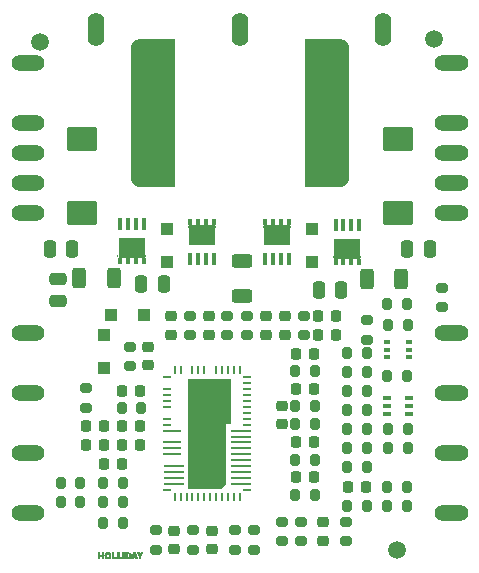
<source format=gts>
%TF.GenerationSoftware,KiCad,Pcbnew,(6.0.4)*%
%TF.CreationDate,2022-03-25T09:15:47-07:00*%
%TF.ProjectId,LT8490,4c543834-3930-42e6-9b69-6361645f7063,rev?*%
%TF.SameCoordinates,Original*%
%TF.FileFunction,Soldermask,Top*%
%TF.FilePolarity,Negative*%
%FSLAX46Y46*%
G04 Gerber Fmt 4.6, Leading zero omitted, Abs format (unit mm)*
G04 Created by KiCad (PCBNEW (6.0.4)) date 2022-03-25 09:15:47*
%MOMM*%
%LPD*%
G01*
G04 APERTURE LIST*
G04 Aperture macros list*
%AMRoundRect*
0 Rectangle with rounded corners*
0 $1 Rounding radius*
0 $2 $3 $4 $5 $6 $7 $8 $9 X,Y pos of 4 corners*
0 Add a 4 corners polygon primitive as box body*
4,1,4,$2,$3,$4,$5,$6,$7,$8,$9,$2,$3,0*
0 Add four circle primitives for the rounded corners*
1,1,$1+$1,$2,$3*
1,1,$1+$1,$4,$5*
1,1,$1+$1,$6,$7*
1,1,$1+$1,$8,$9*
0 Add four rect primitives between the rounded corners*
20,1,$1+$1,$2,$3,$4,$5,0*
20,1,$1+$1,$4,$5,$6,$7,0*
20,1,$1+$1,$6,$7,$8,$9,0*
20,1,$1+$1,$8,$9,$2,$3,0*%
%AMFreePoly0*
4,1,19,-1.875000,5.500000,-1.859417,5.652090,-1.804731,5.816964,-1.713582,5.964834,-1.590861,6.087770,-1.443150,6.179177,-1.278372,6.234151,-1.125000,6.250000,1.875000,6.250000,1.875000,-6.250000,-1.125000,-6.250000,-1.277090,-6.234417,-1.441964,-6.179731,-1.589834,-6.088582,-1.712770,-5.965861,-1.804177,-5.818150,-1.859151,-5.653372,-1.875000,-5.500000,-1.875000,5.500000,-1.875000,5.500000,
$1*%
%AMFreePoly1*
4,1,19,-1.875000,6.250000,1.125000,6.250000,1.277090,6.234417,1.441964,6.179731,1.589834,6.088582,1.712770,5.965861,1.804177,5.818150,1.859151,5.653372,1.875000,5.500000,1.875000,-5.500000,1.859417,-5.652090,1.804731,-5.816964,1.713582,-5.964834,1.590861,-6.087770,1.443150,-6.179177,1.278372,-6.234151,1.125000,-6.250000,-1.875000,-6.250000,-1.875000,6.250000,-1.875000,6.250000,
$1*%
%AMFreePoly2*
4,1,8,1.575000,-4.690000,-2.025000,-4.690000,-2.025000,-0.860000,-1.575000,-0.860000,-1.575000,4.340000,-1.225000,4.690000,1.575000,4.690000,1.575000,-4.690000,1.575000,-4.690000,$1*%
G04 Aperture macros list end*
%ADD10C,0.010000*%
%ADD11RoundRect,0.200000X0.275000X-0.200000X0.275000X0.200000X-0.275000X0.200000X-0.275000X-0.200000X0*%
%ADD12C,1.400000*%
%ADD13R,1.400000X1.400000*%
%ADD14RoundRect,0.200000X-0.200000X-0.275000X0.200000X-0.275000X0.200000X0.275000X-0.200000X0.275000X0*%
%ADD15RoundRect,0.200000X-0.275000X0.200000X-0.275000X-0.200000X0.275000X-0.200000X0.275000X0.200000X0*%
%ADD16RoundRect,0.250000X0.250000X0.475000X-0.250000X0.475000X-0.250000X-0.475000X0.250000X-0.475000X0*%
%ADD17RoundRect,0.225000X-0.250000X0.225000X-0.250000X-0.225000X0.250000X-0.225000X0.250000X0.225000X0*%
%ADD18RoundRect,0.225000X-0.225000X-0.250000X0.225000X-0.250000X0.225000X0.250000X-0.225000X0.250000X0*%
%ADD19R,1.100000X1.100000*%
%ADD20C,1.500000*%
%ADD21R,0.650000X0.400000*%
%ADD22RoundRect,0.250000X-0.250000X-0.475000X0.250000X-0.475000X0.250000X0.475000X-0.250000X0.475000X0*%
%ADD23R,0.405000X0.990000*%
%ADD24R,0.405000X0.510000*%
%ADD25R,0.077000X0.250000*%
%ADD26R,2.235000X1.725000*%
%ADD27RoundRect,0.200000X0.200000X0.275000X-0.200000X0.275000X-0.200000X-0.275000X0.200000X-0.275000X0*%
%ADD28RoundRect,0.225000X0.250000X-0.225000X0.250000X0.225000X-0.250000X0.225000X-0.250000X-0.225000X0*%
%ADD29RoundRect,0.225000X0.225000X0.250000X-0.225000X0.250000X-0.225000X-0.250000X0.225000X-0.250000X0*%
%ADD30R,0.600000X0.400000*%
%ADD31FreePoly0,0.000000*%
%ADD32FreePoly1,0.000000*%
%ADD33RoundRect,0.250000X-0.312500X-0.625000X0.312500X-0.625000X0.312500X0.625000X-0.312500X0.625000X0*%
%ADD34R,0.700000X0.250000*%
%ADD35R,1.800000X0.250000*%
%ADD36R,0.250000X0.700000*%
%ADD37R,1.500000X0.250000*%
%ADD38FreePoly2,180.000000*%
%ADD39RoundRect,0.250000X-0.625000X0.312500X-0.625000X-0.312500X0.625000X-0.312500X0.625000X0.312500X0*%
%ADD40RoundRect,0.250000X1.025000X-0.787500X1.025000X0.787500X-1.025000X0.787500X-1.025000X-0.787500X0*%
%ADD41RoundRect,0.250000X-0.475000X0.250000X-0.475000X-0.250000X0.475000X-0.250000X0.475000X0.250000X0*%
G04 APERTURE END LIST*
G36*
X137188500Y-121102400D02*
G01*
X137391700Y-121102400D01*
X137391700Y-121216700D01*
X137048800Y-121216700D01*
X137048800Y-120683300D01*
X137188500Y-120683300D01*
X137188500Y-121102400D01*
G37*
D10*
X137188500Y-121102400D02*
X137391700Y-121102400D01*
X137391700Y-121216700D01*
X137048800Y-121216700D01*
X137048800Y-120683300D01*
X137188500Y-120683300D01*
X137188500Y-121102400D01*
G36*
X137633000Y-121102400D02*
G01*
X137836200Y-121102400D01*
X137836200Y-121216700D01*
X137506000Y-121216700D01*
X137506000Y-120683300D01*
X137633000Y-120683300D01*
X137633000Y-121102400D01*
G37*
X137633000Y-121102400D02*
X137836200Y-121102400D01*
X137836200Y-121216700D01*
X137506000Y-121216700D01*
X137506000Y-120683300D01*
X137633000Y-120683300D01*
X137633000Y-121102400D01*
G36*
X136007400Y-120886500D02*
G01*
X136185200Y-120886500D01*
X136185200Y-120683300D01*
X136312200Y-120683300D01*
X136312200Y-121216700D01*
X136185200Y-121216700D01*
X136185200Y-121000800D01*
X136007400Y-121000800D01*
X136007400Y-121216700D01*
X135880400Y-121216700D01*
X135880400Y-120683300D01*
X136007400Y-120683300D01*
X136007400Y-120886500D01*
G37*
X136007400Y-120886500D02*
X136185200Y-120886500D01*
X136185200Y-120683300D01*
X136312200Y-120683300D01*
X136312200Y-121216700D01*
X136185200Y-121216700D01*
X136185200Y-121000800D01*
X136007400Y-121000800D01*
X136007400Y-121216700D01*
X135880400Y-121216700D01*
X135880400Y-120683300D01*
X136007400Y-120683300D01*
X136007400Y-120886500D01*
G36*
X136439999Y-120865116D02*
G01*
X136468967Y-120797361D01*
X136493510Y-120763791D01*
X136540931Y-120720641D01*
X136594985Y-120695004D01*
X136662503Y-120684132D01*
X136693422Y-120683300D01*
X136761259Y-120688757D01*
X136814265Y-120707426D01*
X136861054Y-120742747D01*
X136873367Y-120755191D01*
X136904371Y-120794896D01*
X136923353Y-120839038D01*
X136932591Y-120894926D01*
X136934500Y-120951332D01*
X136927052Y-121034005D01*
X136903439Y-121100031D01*
X136861756Y-121153784D01*
X136837181Y-121174689D01*
X136808497Y-121193886D01*
X136779272Y-121205299D01*
X136740797Y-121211322D01*
X136694189Y-121213997D01*
X136640112Y-121214715D01*
X136602198Y-121210871D01*
X136571384Y-121200875D01*
X136547186Y-121188213D01*
X136494440Y-121143831D01*
X136456660Y-121083887D01*
X136434534Y-121013823D01*
X136431768Y-120978066D01*
X136567671Y-120978066D01*
X136580028Y-121030966D01*
X136607241Y-121076140D01*
X136612690Y-121081926D01*
X136655195Y-121109445D01*
X136700984Y-121112209D01*
X136746993Y-121090059D01*
X136748331Y-121089019D01*
X136780628Y-121050479D01*
X136798182Y-121001454D01*
X136802133Y-120947327D01*
X136793624Y-120893478D01*
X136773795Y-120845291D01*
X136743787Y-120808148D01*
X136704742Y-120787432D01*
X136683852Y-120784899D01*
X136641158Y-120796192D01*
X136606912Y-120826504D01*
X136582394Y-120870486D01*
X136568886Y-120922790D01*
X136567671Y-120978066D01*
X136431768Y-120978066D01*
X136428751Y-120939084D01*
X136439999Y-120865116D01*
G37*
X136439999Y-120865116D02*
X136468967Y-120797361D01*
X136493510Y-120763791D01*
X136540931Y-120720641D01*
X136594985Y-120695004D01*
X136662503Y-120684132D01*
X136693422Y-120683300D01*
X136761259Y-120688757D01*
X136814265Y-120707426D01*
X136861054Y-120742747D01*
X136873367Y-120755191D01*
X136904371Y-120794896D01*
X136923353Y-120839038D01*
X136932591Y-120894926D01*
X136934500Y-120951332D01*
X136927052Y-121034005D01*
X136903439Y-121100031D01*
X136861756Y-121153784D01*
X136837181Y-121174689D01*
X136808497Y-121193886D01*
X136779272Y-121205299D01*
X136740797Y-121211322D01*
X136694189Y-121213997D01*
X136640112Y-121214715D01*
X136602198Y-121210871D01*
X136571384Y-121200875D01*
X136547186Y-121188213D01*
X136494440Y-121143831D01*
X136456660Y-121083887D01*
X136434534Y-121013823D01*
X136431768Y-120978066D01*
X136567671Y-120978066D01*
X136580028Y-121030966D01*
X136607241Y-121076140D01*
X136612690Y-121081926D01*
X136655195Y-121109445D01*
X136700984Y-121112209D01*
X136746993Y-121090059D01*
X136748331Y-121089019D01*
X136780628Y-121050479D01*
X136798182Y-121001454D01*
X136802133Y-120947327D01*
X136793624Y-120893478D01*
X136773795Y-120845291D01*
X136743787Y-120808148D01*
X136704742Y-120787432D01*
X136683852Y-120784899D01*
X136641158Y-120796192D01*
X136606912Y-120826504D01*
X136582394Y-120870486D01*
X136568886Y-120922790D01*
X136567671Y-120978066D01*
X136431768Y-120978066D01*
X136428751Y-120939084D01*
X136439999Y-120865116D01*
G36*
X139474500Y-120980480D02*
G01*
X139474500Y-121216700D01*
X139347500Y-121216700D01*
X139347500Y-120980480D01*
X139177320Y-120683300D01*
X139328450Y-120683382D01*
X139410505Y-120876340D01*
X139501784Y-120683300D01*
X139647220Y-120683300D01*
X139474500Y-120980480D01*
G37*
X139474500Y-120980480D02*
X139474500Y-121216700D01*
X139347500Y-121216700D01*
X139347500Y-120980480D01*
X139177320Y-120683300D01*
X139328450Y-120683382D01*
X139410505Y-120876340D01*
X139501784Y-120683300D01*
X139647220Y-120683300D01*
X139474500Y-120980480D01*
G36*
X138191800Y-120683300D02*
G01*
X138266493Y-120683313D01*
X138308778Y-120683159D01*
X138351829Y-120683473D01*
X138452441Y-120690466D01*
X138532672Y-120712214D01*
X138593224Y-120749306D01*
X138634800Y-120802334D01*
X138658103Y-120871889D01*
X138664063Y-120945859D01*
X138655407Y-121026867D01*
X138629285Y-121092090D01*
X138583907Y-121145731D01*
X138575961Y-121152518D01*
X138531505Y-121181592D01*
X138477855Y-121201186D01*
X138410101Y-121212472D01*
X138323332Y-121216620D01*
X138306826Y-121216700D01*
X138191800Y-121216700D01*
X138191807Y-121115100D01*
X138331500Y-121115100D01*
X138372775Y-121115052D01*
X138412559Y-121108145D01*
X138452599Y-121091472D01*
X138454514Y-121090332D01*
X138489803Y-121063549D01*
X138511511Y-121030799D01*
X138525198Y-120983115D01*
X138527037Y-120973379D01*
X138526932Y-120910844D01*
X138505457Y-120856575D01*
X138466169Y-120814863D01*
X138412623Y-120789998D01*
X138370855Y-120784899D01*
X138331500Y-120784900D01*
X138331500Y-121115100D01*
X138191807Y-121115100D01*
X138191828Y-120784900D01*
X138191800Y-120784900D01*
X138191800Y-120683300D01*
G37*
X138191800Y-120683300D02*
X138266493Y-120683313D01*
X138308778Y-120683159D01*
X138351829Y-120683473D01*
X138452441Y-120690466D01*
X138532672Y-120712214D01*
X138593224Y-120749306D01*
X138634800Y-120802334D01*
X138658103Y-120871889D01*
X138664063Y-120945859D01*
X138655407Y-121026867D01*
X138629285Y-121092090D01*
X138583907Y-121145731D01*
X138575961Y-121152518D01*
X138531505Y-121181592D01*
X138477855Y-121201186D01*
X138410101Y-121212472D01*
X138323332Y-121216620D01*
X138306826Y-121216700D01*
X138191800Y-121216700D01*
X138191807Y-121115100D01*
X138331500Y-121115100D01*
X138372775Y-121115052D01*
X138412559Y-121108145D01*
X138452599Y-121091472D01*
X138454514Y-121090332D01*
X138489803Y-121063549D01*
X138511511Y-121030799D01*
X138525198Y-120983115D01*
X138527037Y-120973379D01*
X138526932Y-120910844D01*
X138505457Y-120856575D01*
X138466169Y-120814863D01*
X138412623Y-120789998D01*
X138370855Y-120784899D01*
X138331500Y-120784900D01*
X138331500Y-121115100D01*
X138191807Y-121115100D01*
X138191828Y-120784900D01*
X138191800Y-120784900D01*
X138191800Y-120683300D01*
G36*
X138077500Y-121216700D02*
G01*
X137950500Y-121216700D01*
X137950500Y-120683300D01*
X138077500Y-120683300D01*
X138077500Y-121216700D01*
G37*
X138077500Y-121216700D02*
X137950500Y-121216700D01*
X137950500Y-120683300D01*
X138077500Y-120683300D01*
X138077500Y-121216700D01*
G36*
X139007140Y-120683300D02*
G01*
X139093500Y-120980480D01*
X139169184Y-121216700D01*
X139031297Y-121216700D01*
X138987261Y-121077000D01*
X138854002Y-121077000D01*
X138813390Y-121216700D01*
X138682020Y-121216700D01*
X138750600Y-120980480D01*
X138750712Y-120980114D01*
X138872626Y-120980114D01*
X138969040Y-120979824D01*
X138919942Y-120816650D01*
X138872626Y-120980114D01*
X138750712Y-120980114D01*
X138841261Y-120683300D01*
X139007140Y-120683300D01*
G37*
X139007140Y-120683300D02*
X139093500Y-120980480D01*
X139169184Y-121216700D01*
X139031297Y-121216700D01*
X138987261Y-121077000D01*
X138854002Y-121077000D01*
X138813390Y-121216700D01*
X138682020Y-121216700D01*
X138750600Y-120980480D01*
X138750712Y-120980114D01*
X138872626Y-120980114D01*
X138969040Y-120979824D01*
X138919942Y-120816650D01*
X138872626Y-120980114D01*
X138750712Y-120980114D01*
X138841261Y-120683300D01*
X139007140Y-120683300D01*
D11*
X165000000Y-98275000D03*
X165000000Y-99925000D03*
D12*
X129250000Y-86910000D03*
D13*
X129950000Y-86910000D03*
D12*
X130650000Y-86910000D03*
D14*
X156975000Y-108641424D03*
X158625000Y-108641424D03*
D15*
X149076000Y-118841424D03*
X149076000Y-120491424D03*
D16*
X133700000Y-95000000D03*
X131800000Y-95000000D03*
X156450000Y-98500000D03*
X154550000Y-98500000D03*
D17*
X142350000Y-118891424D03*
X142350000Y-120441424D03*
D18*
X154500000Y-100700000D03*
X156050000Y-100700000D03*
D14*
X156975000Y-107041424D03*
X158625000Y-107041424D03*
D18*
X137925000Y-111600000D03*
X139475000Y-111600000D03*
D19*
X141750000Y-93300000D03*
X141750000Y-96100000D03*
D11*
X156837047Y-119750000D03*
X156837047Y-118100000D03*
D20*
X161230000Y-120540000D03*
D12*
X166500000Y-79290000D03*
D13*
X165800000Y-79290000D03*
D12*
X165100000Y-79290000D03*
D14*
X152575000Y-105341424D03*
X154225000Y-105341424D03*
D12*
X165100000Y-117390000D03*
X166500000Y-117390000D03*
D13*
X165800000Y-117390000D03*
D14*
X152575000Y-109841424D03*
X154225000Y-109841424D03*
D21*
X160325000Y-107650000D03*
X160325000Y-108300000D03*
X160325000Y-108950000D03*
X162225000Y-108950000D03*
X162225000Y-108300000D03*
X162225000Y-107650000D03*
D22*
X139550000Y-98000000D03*
X141450000Y-98000000D03*
D23*
X143708000Y-95855000D03*
X144368000Y-95855000D03*
X145028000Y-95855000D03*
X145688000Y-95855000D03*
D24*
X143708000Y-92745000D03*
X144368000Y-92745000D03*
X145028000Y-92745000D03*
D25*
X145852000Y-93125000D03*
X143544000Y-93125000D03*
D26*
X144698000Y-93862000D03*
D24*
X145688000Y-92745000D03*
D12*
X130650000Y-89450000D03*
D13*
X129950000Y-89450000D03*
D12*
X129250000Y-89450000D03*
D27*
X162100000Y-111841424D03*
X160450000Y-111841424D03*
D11*
X158620000Y-102695000D03*
X158620000Y-101045000D03*
D12*
X130650000Y-84370000D03*
D13*
X129950000Y-84370000D03*
D12*
X129250000Y-84370000D03*
D15*
X147476000Y-118841424D03*
X147476000Y-120491424D03*
X153300000Y-100675000D03*
X153300000Y-102325000D03*
D12*
X166500000Y-89450000D03*
X165100000Y-89450000D03*
D13*
X165800000Y-89450000D03*
D28*
X145550000Y-120441424D03*
X145550000Y-118891424D03*
D27*
X162025000Y-105800000D03*
X160375000Y-105800000D03*
D29*
X158575000Y-115141424D03*
X157025000Y-115141424D03*
D15*
X140800000Y-118841424D03*
X140800000Y-120491424D03*
D17*
X140100000Y-103325000D03*
X140100000Y-104875000D03*
D14*
X152575000Y-112841424D03*
X154225000Y-112841424D03*
D27*
X158625000Y-111841424D03*
X156975000Y-111841424D03*
X162025000Y-99700000D03*
X160375000Y-99700000D03*
D29*
X139475000Y-110000000D03*
X137925000Y-110000000D03*
D27*
X154225000Y-108341424D03*
X152575000Y-108341424D03*
D20*
X164300000Y-77200000D03*
D14*
X156975000Y-110241424D03*
X158625000Y-110241424D03*
D29*
X154175000Y-114341424D03*
X152625000Y-114341424D03*
X136375000Y-111575000D03*
X134825000Y-111575000D03*
D28*
X150100000Y-102275000D03*
X150100000Y-100725000D03*
D30*
X162224989Y-104183575D03*
X162224989Y-103533575D03*
X162224989Y-102883575D03*
X160324989Y-102883575D03*
X160324989Y-103533575D03*
X160324989Y-104183575D03*
D31*
X140500000Y-83500000D03*
D32*
X155250000Y-83500000D03*
D13*
X129950000Y-117390000D03*
D12*
X130650000Y-117390000D03*
X129250000Y-117390000D03*
D29*
X154175000Y-111341424D03*
X152625000Y-111341424D03*
D27*
X158625000Y-116741424D03*
X156975000Y-116741424D03*
D19*
X154000000Y-96100000D03*
X154000000Y-93300000D03*
D12*
X129250000Y-107230000D03*
D13*
X129950000Y-107230000D03*
D12*
X130650000Y-107230000D03*
D20*
X131000000Y-77500000D03*
D12*
X135750000Y-75750000D03*
X135750000Y-77150000D03*
D13*
X135750000Y-76450000D03*
X129950000Y-91990000D03*
D12*
X130650000Y-91990000D03*
X129250000Y-91990000D03*
D17*
X145300000Y-100725000D03*
X145300000Y-102275000D03*
D33*
X158637500Y-97571064D03*
X161562500Y-97571064D03*
D34*
X148524547Y-115391424D03*
D35*
X147974547Y-114891424D03*
X147974547Y-114391424D03*
X147974547Y-113891424D03*
X147974547Y-113391424D03*
X147974547Y-112891424D03*
X147974547Y-112391424D03*
X147974547Y-111891424D03*
X147974547Y-111391424D03*
X147974547Y-110891424D03*
X147974547Y-110391424D03*
D34*
X148524547Y-109891424D03*
X148524547Y-109391424D03*
X148524547Y-108891424D03*
X148524547Y-108391424D03*
X148524547Y-107891424D03*
X148524547Y-107391424D03*
X148524547Y-106891424D03*
X148524547Y-106391424D03*
X148524547Y-105891424D03*
D36*
X147874547Y-105241424D03*
X147374547Y-105241424D03*
X146874547Y-105241424D03*
X146374547Y-105241424D03*
X145874547Y-105241424D03*
X144874547Y-105241424D03*
X144374547Y-105241424D03*
X143874547Y-105241424D03*
X142874547Y-105241424D03*
X142374547Y-105241424D03*
D34*
X141724547Y-105891424D03*
X141724547Y-106891424D03*
X141724547Y-107391424D03*
X141724547Y-107891424D03*
X141724547Y-108391424D03*
X141724547Y-109391424D03*
X141724547Y-109891424D03*
D37*
X142124547Y-110391424D03*
X142124547Y-111391424D03*
X142124547Y-111891424D03*
X142124547Y-112391424D03*
D35*
X142274547Y-113391424D03*
X142274547Y-113891424D03*
X142274547Y-114391424D03*
X142274547Y-114891424D03*
D34*
X141724547Y-115391424D03*
D36*
X142374547Y-116041424D03*
X142874547Y-116041424D03*
X143374547Y-116041424D03*
X143874547Y-116041424D03*
X144374547Y-116041424D03*
X144874547Y-116041424D03*
X145374547Y-116041424D03*
X145874547Y-116041424D03*
X146374547Y-116041424D03*
X146874547Y-116041424D03*
X147374547Y-116041424D03*
X147874547Y-116041424D03*
D38*
X145124547Y-110641424D03*
D39*
X148100000Y-96037500D03*
X148100000Y-98962500D03*
D19*
X136360000Y-105130000D03*
X136360000Y-102330000D03*
D12*
X129250000Y-79290000D03*
D13*
X129950000Y-79290000D03*
D12*
X130650000Y-79290000D03*
D19*
X139740000Y-100580000D03*
X136940000Y-100580000D03*
D12*
X166500000Y-91990000D03*
X165100000Y-91990000D03*
D13*
X165800000Y-91990000D03*
D40*
X134500000Y-91962500D03*
X134500000Y-85737500D03*
D12*
X166500000Y-102150000D03*
X165100000Y-102150000D03*
D13*
X165800000Y-102150000D03*
D41*
X132500000Y-97550000D03*
X132500000Y-99450000D03*
D17*
X154937047Y-118150000D03*
X154937047Y-119700000D03*
D14*
X156975000Y-113441424D03*
X158625000Y-113441424D03*
D27*
X162025000Y-115141424D03*
X160375000Y-115141424D03*
X134375000Y-114800000D03*
X132725000Y-114800000D03*
D12*
X130650000Y-102150000D03*
X129250000Y-102150000D03*
D13*
X129950000Y-102150000D03*
D23*
X139742000Y-92895000D03*
X139082000Y-92895000D03*
X138422000Y-92895000D03*
X137762000Y-92895000D03*
D24*
X139082000Y-96005000D03*
X138422000Y-96005000D03*
D25*
X137598000Y-95625000D03*
D24*
X139742000Y-96005000D03*
D26*
X138752000Y-94888000D03*
D24*
X137762000Y-96005000D03*
D25*
X139906000Y-95625000D03*
D11*
X151500000Y-119750000D03*
X151500000Y-118100000D03*
D18*
X152625000Y-106841424D03*
X154175000Y-106841424D03*
D29*
X156050000Y-102300000D03*
X154500000Y-102300000D03*
D15*
X134825000Y-106795000D03*
X134825000Y-108445000D03*
X153100000Y-118100000D03*
X153100000Y-119750000D03*
D33*
X134287500Y-97500000D03*
X137212500Y-97500000D03*
D23*
X150060000Y-95855000D03*
X150720000Y-95855000D03*
X151380000Y-95855000D03*
X152040000Y-95855000D03*
D24*
X150720000Y-92745000D03*
X152040000Y-92745000D03*
D25*
X152204000Y-93125000D03*
D24*
X150060000Y-92745000D03*
D25*
X149896000Y-93125000D03*
D26*
X151050000Y-93862000D03*
D24*
X151380000Y-92745000D03*
D14*
X137875000Y-108500000D03*
X139525000Y-108500000D03*
D15*
X143950000Y-118841424D03*
X143950000Y-120491424D03*
D12*
X166500000Y-86910000D03*
X165100000Y-86910000D03*
D13*
X165800000Y-86910000D03*
D27*
X158625000Y-103841424D03*
X156975000Y-103841424D03*
D29*
X136375000Y-110000000D03*
X134825000Y-110000000D03*
D14*
X160375000Y-116741424D03*
X162025000Y-116741424D03*
D11*
X138600000Y-104925000D03*
X138600000Y-103275000D03*
D40*
X161250000Y-91962500D03*
X161250000Y-85737500D03*
D12*
X147875000Y-77150000D03*
D13*
X147875000Y-76450000D03*
D12*
X147875000Y-75750000D03*
D27*
X162100000Y-101425000D03*
X160450000Y-101425000D03*
X137958576Y-116400000D03*
X136308576Y-116400000D03*
D22*
X162050000Y-95000000D03*
X163950000Y-95000000D03*
D18*
X152625000Y-103900000D03*
X154175000Y-103900000D03*
D23*
X157986000Y-92985000D03*
X157326000Y-92985000D03*
X156666000Y-92985000D03*
X156006000Y-92985000D03*
D25*
X158150000Y-95715000D03*
X155842000Y-95715000D03*
D24*
X157986000Y-96095000D03*
D26*
X156996000Y-94978000D03*
D24*
X156666000Y-96095000D03*
X157326000Y-96095000D03*
X156006000Y-96095000D03*
D29*
X137925000Y-113200000D03*
X136375000Y-113200000D03*
D13*
X165799997Y-84370012D03*
D12*
X165099997Y-84370012D03*
X166499997Y-84370012D03*
D15*
X143700000Y-100675000D03*
X143700000Y-102325000D03*
D27*
X134358576Y-116400000D03*
X132708576Y-116400000D03*
D28*
X142050000Y-102275000D03*
X142050000Y-100725000D03*
D11*
X146800000Y-102325000D03*
X146800000Y-100675000D03*
D15*
X148500000Y-100675000D03*
X148500000Y-102325000D03*
D12*
X130650000Y-112310000D03*
X129250000Y-112310000D03*
D13*
X129950000Y-112310000D03*
D27*
X137975000Y-114800000D03*
X136325000Y-114800000D03*
X158625000Y-105441424D03*
X156975000Y-105441424D03*
D14*
X152575000Y-115841424D03*
X154225000Y-115841424D03*
D27*
X162100000Y-110241424D03*
X160450000Y-110241424D03*
X137958576Y-118230000D03*
X136308576Y-118230000D03*
D12*
X160000000Y-75750000D03*
X160000000Y-77150000D03*
D13*
X160000000Y-76450000D03*
D28*
X151700000Y-102275000D03*
X151700000Y-100725000D03*
D12*
X166500000Y-107230000D03*
X165100000Y-107230000D03*
D13*
X165800000Y-107230000D03*
D29*
X139475000Y-107000000D03*
X137925000Y-107000000D03*
D17*
X151500000Y-108316424D03*
X151500000Y-109866424D03*
D12*
X166500000Y-112310000D03*
D13*
X165800000Y-112310000D03*
D12*
X165100000Y-112310000D03*
M02*

</source>
